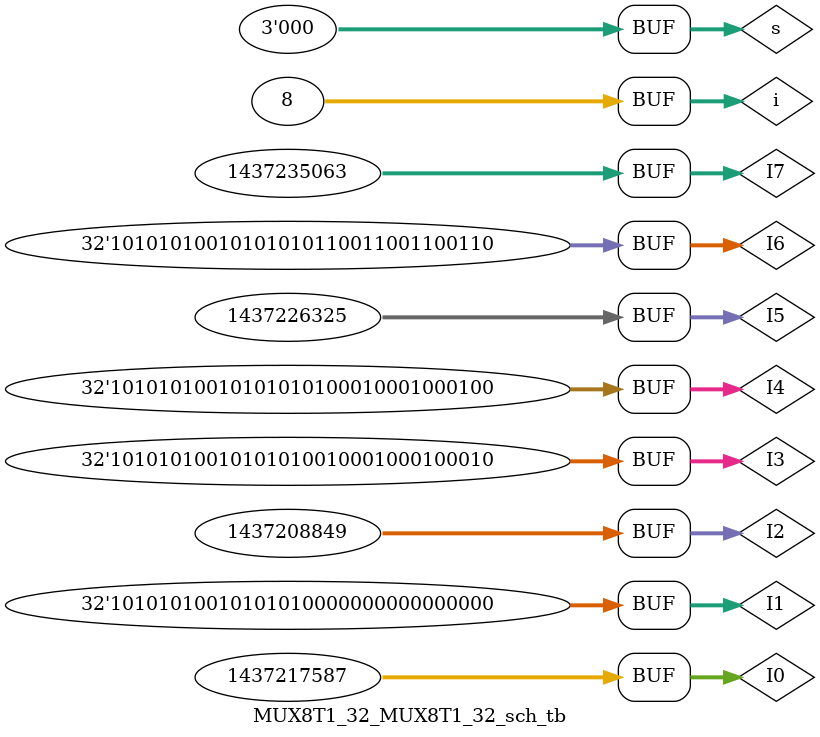
<source format=v>

`timescale 1ns / 1ps

module MUX8T1_32_MUX8T1_32_sch_tb();

// Inputs
   reg [2:0] s;
   reg [31:0] I1;
   reg [31:0] I2;
   reg [31:0] I3;
   reg [31:0] I0;
   reg [31:0] I4;
   reg [31:0] I5;
   reg [31:0] I6;
   reg [31:0] I7;

// Output
   wire [31:0] o;

// Bidirs

// Instantiate the UUT
   MUX8T1_32 UUT (
		.s(s), 
		.I1(I1), 
		.I2(I2), 
		.I3(I3), 
		.I0(I0), 
		.I4(I4), 
		.I5(I5), 
		.I6(I6), 
		.I7(I7), 
		.o(o)
   );
// Initialize Inputs
   //`ifdef auto_init
   integer i;
    initial begin
		s = 0;
		I1 = 32'hAA550000;
		I2 = 32'h55AA1111;
		I3 = 32'hAA552222;
		I0 = 32'h55AA3333;
		I4 = 32'hAA554444;
		I5 = 32'h55AA5555;
		I6 = 32'hAA556666;
		I7 = 32'h55AA7777;
		
		for (i=0;i<=7;i=i+1)
		begin 
			#50 s = i+1;
		end
		#50 s = 0;
	end	
   //`endif
endmodule

</source>
